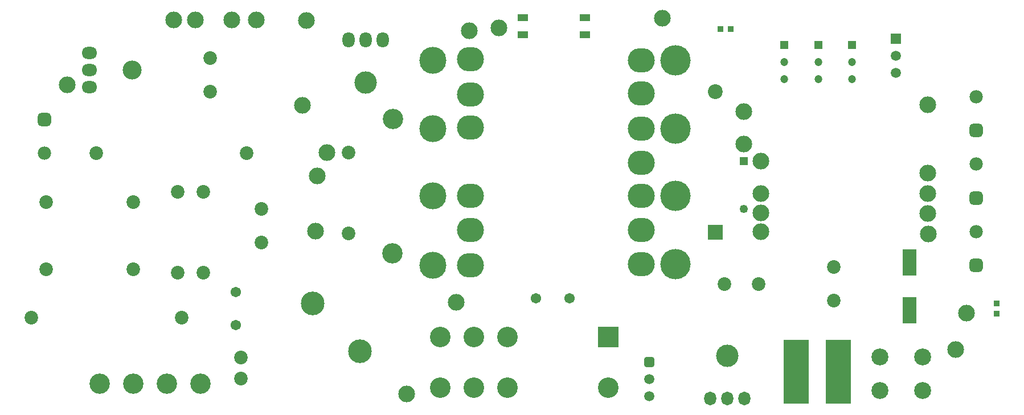
<source format=gbr>
%TF.GenerationSoftware,Altium Limited,Altium Designer,21.6.4 (81)*%
G04 Layer_Color=8388736*
%FSLAX43Y43*%
%MOMM*%
%TF.SameCoordinates,45A01B4D-518A-40F9-B883-98BDF5CD3DE6*%
%TF.FilePolarity,Negative*%
%TF.FileFunction,Soldermask,Top*%
%TF.Part,Single*%
G01*
G75*
%TA.AperFunction,SMDPad,CuDef*%
%ADD11R,2.000X4.000*%
%TA.AperFunction,ComponentPad*%
%ADD51C,2.200*%
%ADD52R,2.200X2.200*%
%ADD59C,3.048*%
%ADD60R,3.048X3.048*%
%ADD61R,1.200X1.200*%
%ADD62C,1.200*%
%ADD63C,1.250*%
%ADD64R,1.250X1.250*%
%ADD117C,2.489*%
%ADD118C,4.520*%
%ADD119C,4.020*%
%ADD120O,4.020X3.620*%
%ADD121C,1.970*%
G04:AMPARAMS|DCode=122|XSize=1.97mm|YSize=1.97mm|CornerRadius=0.497mm|HoleSize=0mm|Usage=FLASHONLY|Rotation=90.000|XOffset=0mm|YOffset=0mm|HoleType=Round|Shape=RoundedRectangle|*
%AMROUNDEDRECTD122*
21,1,1.970,0.975,0,0,90.0*
21,1,0.975,1.970,0,0,90.0*
1,1,0.995,0.488,0.488*
1,1,0.995,0.488,-0.488*
1,1,0.995,-0.488,-0.488*
1,1,0.995,-0.488,0.488*
%
%ADD122ROUNDEDRECTD122*%
G04:AMPARAMS|DCode=123|XSize=1.52mm|YSize=1.52mm|CornerRadius=0.385mm|HoleSize=0mm|Usage=FLASHONLY|Rotation=90.000|XOffset=0mm|YOffset=0mm|HoleType=Round|Shape=RoundedRectangle|*
%AMROUNDEDRECTD123*
21,1,1.520,0.750,0,0,90.0*
21,1,0.750,1.520,0,0,90.0*
1,1,0.770,0.375,0.375*
1,1,0.770,0.375,-0.375*
1,1,0.770,-0.375,-0.375*
1,1,0.770,-0.375,0.375*
%
%ADD123ROUNDEDRECTD123*%
%ADD124C,1.520*%
%ADD125R,1.520X1.520*%
%ADD126C,2.520*%
%ADD127C,2.020*%
%ADD128C,3.520*%
%ADD129O,1.798X2.306*%
%ADD130C,3.322*%
%ADD131C,3.020*%
%ADD132O,1.798X2.052*%
%ADD133C,2.814*%
%ADD134O,2.306X1.798*%
%ADD135C,1.544*%
%TA.AperFunction,SMDPad,CuDef*%
%ADD144R,0.870X0.920*%
%ADD145R,1.620X1.020*%
%ADD146R,0.920X0.870*%
%ADD147R,3.770X9.520*%
D11*
X133900Y22021D02*
D03*
Y14921D02*
D03*
D51*
X105000Y47470D02*
D03*
D52*
Y26530D02*
D03*
D59*
X74100Y3450D02*
D03*
X69100D02*
D03*
X64100D02*
D03*
Y10950D02*
D03*
X69100D02*
D03*
X74100D02*
D03*
X89100Y3450D02*
D03*
D60*
Y10950D02*
D03*
D61*
X120315Y54390D02*
D03*
X125330D02*
D03*
X115275D02*
D03*
D62*
X120315Y51850D02*
D03*
Y49310D02*
D03*
X125330Y51850D02*
D03*
Y49310D02*
D03*
X115275Y51850D02*
D03*
Y49310D02*
D03*
D63*
X109200Y30000D02*
D03*
D64*
Y37100D02*
D03*
D117*
X44225Y58000D02*
D03*
X109250Y44475D02*
D03*
X111814Y29448D02*
D03*
X136603Y45532D02*
D03*
X136684Y26306D02*
D03*
X111814Y26575D02*
D03*
X72800Y56950D02*
D03*
X59100Y2450D02*
D03*
X45600Y26681D02*
D03*
X36800Y58075D02*
D03*
X43625Y45451D02*
D03*
X33100Y58075D02*
D03*
X45825Y34925D02*
D03*
X47250Y38375D02*
D03*
X109250Y39650D02*
D03*
X136550Y35299D02*
D03*
X111814Y32275D02*
D03*
X142346Y14546D02*
D03*
X27675Y58075D02*
D03*
X97125Y58375D02*
D03*
X8650Y48500D02*
D03*
X68458Y56500D02*
D03*
X140775Y9100D02*
D03*
X24450Y58125D02*
D03*
X66506Y16092D02*
D03*
X136603Y29349D02*
D03*
X111814Y37100D02*
D03*
X136603Y32275D02*
D03*
D118*
X99045Y21759D02*
D03*
Y31919D02*
D03*
Y41952D02*
D03*
Y52112D02*
D03*
D119*
X63045Y31919D02*
D03*
Y21632D02*
D03*
Y41952D02*
D03*
Y52112D02*
D03*
D120*
X93999D02*
D03*
Y47159D02*
D03*
Y41952D02*
D03*
Y36872D02*
D03*
Y31919D02*
D03*
Y26839D02*
D03*
Y21759D02*
D03*
X68599Y52239D02*
D03*
Y47032D02*
D03*
Y42079D02*
D03*
Y31919D02*
D03*
Y26839D02*
D03*
Y21632D02*
D03*
D121*
X143750Y26625D02*
D03*
X143751Y36650D02*
D03*
Y46675D02*
D03*
X5300Y38300D02*
D03*
D122*
X143750Y21625D02*
D03*
X143751Y31650D02*
D03*
Y41675D02*
D03*
X5300Y43300D02*
D03*
D123*
X95175Y7205D02*
D03*
D124*
Y4665D02*
D03*
Y2125D02*
D03*
X131825Y50235D02*
D03*
Y52775D02*
D03*
D125*
Y55315D02*
D03*
D126*
X135800Y3000D02*
D03*
Y8000D02*
D03*
X129450Y3000D02*
D03*
Y8000D02*
D03*
D127*
X111401Y18850D02*
D03*
X106401D02*
D03*
X122575Y16350D02*
D03*
Y21350D02*
D03*
X50500Y38375D02*
D03*
Y26375D02*
D03*
X29928Y47467D02*
D03*
Y52467D02*
D03*
X34500Y7900D02*
D03*
Y4800D02*
D03*
X28928Y32525D02*
D03*
Y20525D02*
D03*
X37500Y25000D02*
D03*
Y30000D02*
D03*
X5500Y21000D02*
D03*
X18500D02*
D03*
X5500Y31000D02*
D03*
X18500D02*
D03*
X25700Y13800D02*
D03*
X3300D02*
D03*
X35352Y38300D02*
D03*
X12952D02*
D03*
X25077Y20525D02*
D03*
Y32525D02*
D03*
D128*
X52186Y8839D02*
D03*
X45114Y15911D02*
D03*
D129*
X55540Y55150D02*
D03*
X53000D02*
D03*
X50460D02*
D03*
D130*
X53000Y48800D02*
D03*
X106750Y8200D02*
D03*
D131*
X57075Y43400D02*
D03*
X57025Y23425D02*
D03*
X13500Y4000D02*
D03*
X28500D02*
D03*
X23500D02*
D03*
X18500D02*
D03*
D132*
X109290Y1850D02*
D03*
X106750D02*
D03*
X104210D02*
D03*
D133*
X18275Y50701D02*
D03*
D134*
X11925Y48161D02*
D03*
Y50701D02*
D03*
Y53241D02*
D03*
D135*
X83326Y16725D02*
D03*
X78376D02*
D03*
X33750Y17675D02*
D03*
Y12725D02*
D03*
D144*
X107309Y56727D02*
D03*
X105759D02*
D03*
D145*
X85575Y55930D02*
D03*
X76425Y58470D02*
D03*
X85575D02*
D03*
X76425Y55930D02*
D03*
D146*
X146849Y14400D02*
D03*
Y15950D02*
D03*
D147*
X123275Y5775D02*
D03*
X117025D02*
D03*
%TF.MD5,beb2ad4bede86575a81214b03192b975*%
M02*

</source>
